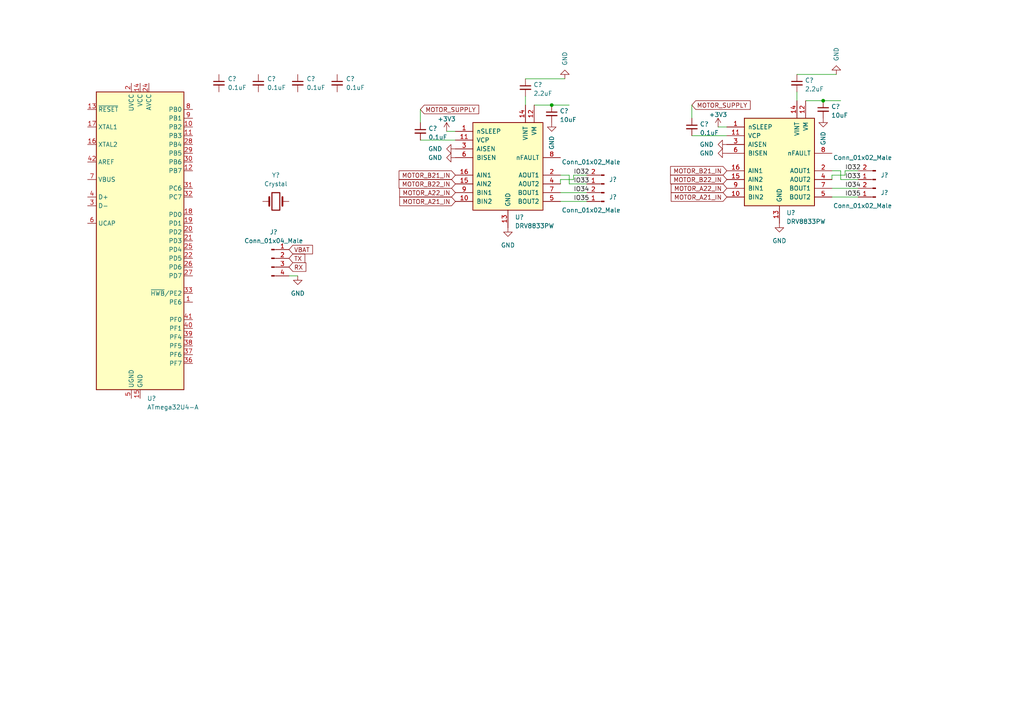
<source format=kicad_sch>
(kicad_sch (version 20211123) (generator eeschema)
  (paper "A4")
  (lib_symbols
    (symbol "Connector:Conn_01x02_Male" (pin_names (offset 1.016) hide)
      (property "Reference" "J" (at 0 2.54 0))
      (property "Value" "Conn_01x02_Male" (at 0 -5.08 0))
      (symbol "Conn_01x02_Male_1_1"
        (polyline (pts (xy 1.27 -2.54) (xy 0.8636 -2.54)) (stroke (width 0.1524)))
        (polyline (pts (xy 1.27 0) (xy 0.8636 0)) (stroke (width 0.1524)))
        (rectangle (start 0.8636 -2.413) (end 0 -2.667) (stroke (width 0.1524)) (fill (type outline)))
        (rectangle (start 0.8636 0.127) (end 0 -0.127) (stroke (width 0.1524)) (fill (type outline)))
        (pin passive line (at 5.08 0 180) (length 3.81) (name "Pin_1") (number "1"))
        (pin passive line (at 5.08 -2.54 180) (length 3.81) (name "Pin_2") (number "2"))
      )
    )
    (symbol "Connector:Conn_01x04_Male" (pin_names (offset 1.016) hide)
      (property "Reference" "J" (at 0 5.08 0))
      (property "Value" "Conn_01x04_Male" (at 0 -7.62 0))
      (symbol "Conn_01x04_Male_1_1"
        (polyline (pts (xy 1.27 -5.08) (xy 0.8636 -5.08)) (stroke (width 0.1524)))
        (polyline (pts (xy 1.27 -2.54) (xy 0.8636 -2.54)) (stroke (width 0.1524)))
        (polyline (pts (xy 1.27 0) (xy 0.8636 0)) (stroke (width 0.1524)))
        (polyline (pts (xy 1.27 2.54) (xy 0.8636 2.54)) (stroke (width 0.1524)))
        (rectangle (start 0.8636 -4.953) (end 0 -5.207) (stroke (width 0.1524)) (fill (type outline)))
        (rectangle (start 0.8636 -2.413) (end 0 -2.667) (stroke (width 0.1524)) (fill (type outline)))
        (rectangle (start 0.8636 0.127) (end 0 -0.127) (stroke (width 0.1524)) (fill (type outline)))
        (rectangle (start 0.8636 2.667) (end 0 2.413) (stroke (width 0.1524)) (fill (type outline)))
        (pin passive line (at 5.08 2.54 180) (length 3.81) (name "Pin_1") (number "1"))
        (pin passive line (at 5.08 0 180) (length 3.81) (name "Pin_2") (number "2"))
        (pin passive line (at 5.08 -2.54 180) (length 3.81) (name "Pin_3") (number "3"))
        (pin passive line (at 5.08 -5.08 180) (length 3.81) (name "Pin_4") (number "4"))
      )
    )
    (symbol "Device:C_Small" (pin_numbers hide) (pin_names (offset 0.254) hide)
      (property "Reference" "C" (at 0.254 1.778 0))
      (property "Value" "C_Small" (at 0.254 -2.032 0))
      (symbol "C_Small_0_1"
        (polyline (pts (xy -1.524 -0.508) (xy 1.524 -0.508)) (stroke (width 0.3302)))
        (polyline (pts (xy -1.524 0.508) (xy 1.524 0.508)) (stroke (width 0.3048)))
      )
      (symbol "C_Small_1_1"
        (pin passive line (at 0 2.54 270) (length 2.032) (name "~") (number "1"))
        (pin passive line (at 0 -2.54 90) (length 2.032) (name "~") (number "2"))
      )
    )
    (symbol "Device:Crystal" (pin_numbers hide) (pin_names (offset 1.016) hide)
      (property "Reference" "Y" (at 0 3.81 0))
      (property "Value" "Crystal" (at 0 -3.81 0))
      (symbol "Crystal_0_1"
        (rectangle (start -1.143 2.54) (end 1.143 -2.54) (stroke (width 0.3048)))
        (polyline (pts (xy -2.54 0) (xy -1.905 0)))
        (polyline (pts (xy -1.905 -1.27) (xy -1.905 1.27)) (stroke (width 0.508)))
        (polyline (pts (xy 1.905 -1.27) (xy 1.905 1.27)) (stroke (width 0.508)))
        (polyline (pts (xy 2.54 0) (xy 1.905 0)))
      )
      (symbol "Crystal_1_1"
        (pin passive line (at -3.81 0 0) (length 1.27) (name "1") (number "1"))
        (pin passive line (at 3.81 0 180) (length 1.27) (name "2") (number "2"))
      )
    )
    (symbol "Driver_Motor:DRV8833PW" (pin_names (offset 1.016))
      (property "Reference" "U" (at -3.81 16.51 0))
      (property "Value" "DRV8833PW" (at -3.81 13.97 0))
      (symbol "DRV8833PW_0_1"
        (rectangle (start -10.16 12.7) (end 10.16 -12.7) (stroke (width 0.254)) (fill (type background)))
      )
      (symbol "DRV8833PW_1_1"
        (pin input line (at -15.24 10.16 0) (length 5.08) (name "nSLEEP") (number "1"))
        (pin input line (at -15.24 -10.16 0) (length 5.08) (name "BIN2") (number "10"))
        (pin bidirectional line (at -15.24 7.62 0) (length 5.08) (name "VCP") (number "11"))
        (pin power_in line (at 7.62 17.78 270) (length 5.08) (name "VM") (number "12"))
        (pin power_in line (at 0 -17.78 90) (length 5.08) (name "GND") (number "13"))
        (pin power_in line (at 5.08 17.78 270) (length 5.08) (name "VINT") (number "14"))
        (pin input line (at -15.24 -5.08 0) (length 5.08) (name "AIN2") (number "15"))
        (pin input line (at -15.24 -2.54 0) (length 5.08) (name "AIN1") (number "16"))
        (pin power_out line (at 15.24 -2.54 180) (length 5.08) (name "AOUT1") (number "2"))
        (pin bidirectional line (at -15.24 5.08 0) (length 5.08) (name "AISEN") (number "3"))
        (pin power_out line (at 15.24 -5.08 180) (length 5.08) (name "AOUT2") (number "4"))
        (pin power_out line (at 15.24 -10.16 180) (length 5.08) (name "BOUT2") (number "5"))
        (pin bidirectional line (at -15.24 2.54 0) (length 5.08) (name "BISEN") (number "6"))
        (pin power_out line (at 15.24 -7.62 180) (length 5.08) (name "BOUT1") (number "7"))
        (pin open_collector line (at 15.24 2.54 180) (length 5.08) (name "nFAULT") (number "8"))
        (pin input line (at -15.24 -7.62 0) (length 5.08) (name "BIN1") (number "9"))
      )
    )
    (symbol "MCU_Microchip_ATmega:ATmega32U4-A"
      (property "Reference" "U" (at -12.7 44.45 0))
      (property "Value" "ATmega32U4-A" (at 2.54 -44.45 0))
      (symbol "ATmega32U4-A_0_1"
        (rectangle (start -12.7 -43.18) (end 12.7 43.18) (stroke (width 0.254)) (fill (type background)))
      )
      (symbol "ATmega32U4-A_1_1"
        (pin bidirectional line (at 15.24 -17.78 180) (length 2.54) (name "PE6") (number "1"))
        (pin bidirectional line (at 15.24 33.02 180) (length 2.54) (name "PB2") (number "10"))
        (pin bidirectional line (at 15.24 30.48 180) (length 2.54) (name "PB3") (number "11"))
        (pin bidirectional line (at 15.24 20.32 180) (length 2.54) (name "PB7") (number "12"))
        (pin input line (at -15.24 38.1 0) (length 2.54) (name "~{RESET}") (number "13"))
        (pin power_in line (at 0 45.72 270) (length 2.54) (name "VCC") (number "14"))
        (pin power_in line (at 0 -45.72 90) (length 2.54) (name "GND") (number "15"))
        (pin output line (at -15.24 27.94 0) (length 2.54) (name "XTAL2") (number "16"))
        (pin input line (at -15.24 33.02 0) (length 2.54) (name "XTAL1") (number "17"))
        (pin bidirectional line (at 15.24 7.62 180) (length 2.54) (name "PD0") (number "18"))
        (pin bidirectional line (at 15.24 5.08 180) (length 2.54) (name "PD1") (number "19"))
        (pin power_in line (at -2.54 45.72 270) (length 2.54) (name "UVCC") (number "2"))
        (pin bidirectional line (at 15.24 2.54 180) (length 2.54) (name "PD2") (number "20"))
        (pin bidirectional line (at 15.24 0 180) (length 2.54) (name "PD3") (number "21"))
        (pin bidirectional line (at 15.24 -5.08 180) (length 2.54) (name "PD5") (number "22"))
        (pin passive line (at 0 -45.72 90) (length 2.54) hide (name "GND") (number "23"))
        (pin power_in line (at 2.54 45.72 270) (length 2.54) (name "AVCC") (number "24"))
        (pin bidirectional line (at 15.24 -2.54 180) (length 2.54) (name "PD4") (number "25"))
        (pin bidirectional line (at 15.24 -7.62 180) (length 2.54) (name "PD6") (number "26"))
        (pin bidirectional line (at 15.24 -10.16 180) (length 2.54) (name "PD7") (number "27"))
        (pin bidirectional line (at 15.24 27.94 180) (length 2.54) (name "PB4") (number "28"))
        (pin bidirectional line (at 15.24 25.4 180) (length 2.54) (name "PB5") (number "29"))
        (pin bidirectional line (at -15.24 10.16 0) (length 2.54) (name "D-") (number "3"))
        (pin bidirectional line (at 15.24 22.86 180) (length 2.54) (name "PB6") (number "30"))
        (pin bidirectional line (at 15.24 15.24 180) (length 2.54) (name "PC6") (number "31"))
        (pin bidirectional line (at 15.24 12.7 180) (length 2.54) (name "PC7") (number "32"))
        (pin bidirectional line (at 15.24 -15.24 180) (length 2.54) (name "~{HWB}/PE2") (number "33"))
        (pin passive line (at 0 45.72 270) (length 2.54) hide (name "VCC") (number "34"))
        (pin passive line (at 0 -45.72 90) (length 2.54) hide (name "GND") (number "35"))
        (pin bidirectional line (at 15.24 -35.56 180) (length 2.54) (name "PF7") (number "36"))
        (pin bidirectional line (at 15.24 -33.02 180) (length 2.54) (name "PF6") (number "37"))
        (pin bidirectional line (at 15.24 -30.48 180) (length 2.54) (name "PF5") (number "38"))
        (pin bidirectional line (at 15.24 -27.94 180) (length 2.54) (name "PF4") (number "39"))
        (pin bidirectional line (at -15.24 12.7 0) (length 2.54) (name "D+") (number "4"))
        (pin bidirectional line (at 15.24 -25.4 180) (length 2.54) (name "PF1") (number "40"))
        (pin bidirectional line (at 15.24 -22.86 180) (length 2.54) (name "PF0") (number "41"))
        (pin passive line (at -15.24 22.86 0) (length 2.54) (name "AREF") (number "42"))
        (pin passive line (at 0 -45.72 90) (length 2.54) hide (name "GND") (number "43"))
        (pin passive line (at 2.54 45.72 270) (length 2.54) hide (name "AVCC") (number "44"))
        (pin passive line (at -2.54 -45.72 90) (length 2.54) (name "UGND") (number "5"))
        (pin passive line (at -15.24 5.08 0) (length 2.54) (name "UCAP") (number "6"))
        (pin input line (at -15.24 17.78 0) (length 2.54) (name "VBUS") (number "7"))
        (pin bidirectional line (at 15.24 38.1 180) (length 2.54) (name "PB0") (number "8"))
        (pin bidirectional line (at 15.24 35.56 180) (length 2.54) (name "PB1") (number "9"))
      )
    )
    (symbol "power:+3V3" (power) (pin_names (offset 0))
      (property "Value" "+3V3" (at 0 3.556 0))
      (symbol "+3V3_0_1"
        (polyline (pts (xy -0.762 1.27) (xy 0 2.54)))
        (polyline (pts (xy 0 0) (xy 0 2.54)))
        (polyline (pts (xy 0 2.54) (xy 0.762 1.27)))
      )
      (symbol "+3V3_1_1"
        (pin power_in line (at 0 0 90) (length 0) hide (name "+3V3") (number "1"))
      )
    )
    (symbol "power:GND" (power) (pin_names (offset 0))
      (property "Value" "GND" (at 0 -3.81 0))
      (symbol "GND_0_1"
        (polyline (pts (xy 0 0) (xy 0 -1.27) (xy 1.27 -1.27) (xy 0 -2.54) (xy -1.27 -1.27) (xy 0 -1.27)))
      )
      (symbol "GND_1_1"
        (pin power_in line (at 0 0 270) (length 0) hide (name "GND") (number "1"))
      )
    )
  )
  (junction (at 160.02 30.48))
  (junction (at 238.76 29.21))
  (wire (pts (xy 165.1 50.8) (xy 165.1 53.34)))
  (wire (pts (xy 241.3 52.07) (xy 241.3 50.8)))
  (wire (pts (xy 152.4 22.86) (xy 163.83 22.86)))
  (wire (pts (xy 248.92 49.53) (xy 245.11 49.53)))
  (wire (pts (xy 162.56 52.07) (xy 166.37 52.07)))
  (wire (pts (xy 243.84 29.21) (xy 238.76 29.21)))
  (wire (pts (xy 166.37 50.8) (xy 166.37 52.07)))
  (wire (pts (xy 165.1 53.34) (xy 170.18 53.34)))
  (wire (pts (xy 121.92 31.75) (xy 121.92 35.56)))
  (wire (pts (xy 245.11 49.53) (xy 245.11 50.8)))
  (wire (pts (xy 160.02 30.48) (xy 154.94 30.48)))
  (wire (pts (xy 152.4 27.94) (xy 152.4 30.48)))
  (wire (pts (xy 231.14 26.67) (xy 231.14 29.21)))
  (wire (pts (xy 231.14 21.59) (xy 242.57 21.59)))
  (wire (pts (xy 241.3 50.8) (xy 245.11 50.8)))
  (wire (pts (xy 165.1 30.48) (xy 160.02 30.48)))
  (wire (pts (xy 248.92 54.61) (xy 241.3 54.61)))
  (wire (pts (xy 200.66 39.37) (xy 210.82 39.37)))
  (wire (pts (xy 241.3 49.53) (xy 243.84 49.53)))
  (wire (pts (xy 243.84 49.53) (xy 243.84 52.07)))
  (wire (pts (xy 162.56 50.8) (xy 165.1 50.8)))
  (wire (pts (xy 121.92 40.64) (xy 132.08 40.64)))
  (wire (pts (xy 170.18 55.88) (xy 162.56 55.88)))
  (wire (pts (xy 170.18 58.42) (xy 162.56 58.42)))
  (wire (pts (xy 200.66 30.48) (xy 200.66 34.29)))
  (wire (pts (xy 162.56 53.34) (xy 162.56 52.07)))
  (wire (pts (xy 248.92 57.15) (xy 241.3 57.15)))
  (wire (pts (xy 170.18 50.8) (xy 166.37 50.8)))
  (wire (pts (xy 238.76 29.21) (xy 233.68 29.21)))
  (wire (pts (xy 83.82 80.01) (xy 86.36 80.01)))
  (wire (pts (xy 129.54 38.1) (xy 132.08 38.1)))
  (wire (pts (xy 208.28 36.83) (xy 210.82 36.83)))
  (wire (pts (xy 243.84 52.07) (xy 248.92 52.07)))
  (label "IO33" (at 245.11 52.07 0))
  (label "IO34" (at 166.37 55.88 0))
  (label "IO35" (at 245.11 57.15 0))
  (label "IO35" (at 166.37 58.42 0))
  (label "IO32" (at 245.11 49.53 0))
  (label "IO33" (at 166.37 53.34 0))
  (label "IO34" (at 245.11 54.61 0))
  (label "IO32" (at 166.37 50.8 0))
  (global_label "MOTOR_B22_IN" (shape input) (at 210.82 52.07 180) (property "Intersheet References" "${INTERSHEET_REFS}" (effects hide)))
  (global_label "MOTOR_SUPPLY" (shape input) (at 200.66 30.48 0) (property "Intersheet References" "${INTERSHEET_REFS}" (effects hide)))
  (global_label "MOTOR_A21_IN" (shape input) (at 210.82 57.15 180) (property "Intersheet References" "${INTERSHEET_REFS}" (effects hide)))
  (global_label "MOTOR_A22_IN" (shape input) (at 210.82 54.61 180) (property "Intersheet References" "${INTERSHEET_REFS}" (effects hide)))
  (global_label "MOTOR_A21_IN" (shape input) (at 132.08 58.42 180) (property "Intersheet References" "${INTERSHEET_REFS}" (effects hide)))
  (global_label "TX" (shape input) (at 83.82 74.93 0) (property "Intersheet References" "${INTERSHEET_REFS}" (effects hide)))
  (global_label "MOTOR_B22_IN" (shape input) (at 132.08 53.34 180) (property "Intersheet References" "${INTERSHEET_REFS}" (effects hide)))
  (global_label "MOTOR_B21_IN" (shape input) (at 132.08 50.8 180) (property "Intersheet References" "${INTERSHEET_REFS}" (effects hide)))
  (global_label "MOTOR_SUPPLY" (shape input) (at 121.92 31.75 0) (property "Intersheet References" "${INTERSHEET_REFS}" (effects hide)))
  (global_label "MOTOR_B21_IN" (shape input) (at 210.82 49.53 180) (property "Intersheet References" "${INTERSHEET_REFS}" (effects hide)))
  (global_label "RX" (shape input) (at 83.82 77.47 0) (property "Intersheet References" "${INTERSHEET_REFS}" (effects hide)))
  (global_label "VBAT" (shape input) (at 83.82 72.39 0) (property "Intersheet References" "${INTERSHEET_REFS}" (effects hide)))
  (global_label "MOTOR_A22_IN" (shape input) (at 132.08 55.88 180) (property "Intersheet References" "${INTERSHEET_REFS}" (effects hide)))
  (symbol (lib_id "Device:C_Small") (at 121.92 38.1 0) (unit 1)
    (property "Reference" "C?" (at 124.2441 37.2716 0) (effects (justify left)))
    (property "Value" "0.1uF" (at 124.2441 39.8085 0) (effects (justify left)))
    (property "Footprint" "Capacitor_SMD:C_0603_1608Metric" (effects hide))
  )
  (symbol (lib_id "power:GND") (at 163.83 22.86 180) (unit 1)
    (property "Reference" "#PWR?" (effects hide))
    (property "Value" "GND" (at 163.83 19.05 90) (effects (justify right)))
  )
  (symbol (lib_id "Connector:Conn_01x02_Male") (at 254 52.07 180) (unit 1)
    (property "Reference" "J?" (at 256.54 50.8 0))
    (property "Value" "Conn_01x02_Male" (at 250.19 45.72 0))
    (property "Footprint" "Connector_PinHeader_1.00mm:PinHeader_1x02_P1.00mm_Vertical" (effects hide))
  )
  (symbol (lib_id "Connector:Conn_01x04_Male") (at 78.74 74.93 0) (unit 1)
    (property "Reference" "J?" (at 79.375 67.31 0))
    (property "Value" "Conn_01x04_Male" (at 79.375 69.85 0))
  )
  (symbol (lib_id "Device:C_Small") (at 238.76 31.75 0) (unit 1)
    (property "Reference" "C?" (at 241.0841 30.9216 0) (effects (justify left)))
    (property "Value" "10uF" (at 241.0841 33.4585 0) (effects (justify left)))
    (property "Footprint" "Capacitor_SMD:C_0603_1608Metric" (effects hide))
  )
  (symbol (lib_id "power:GND") (at 132.08 43.18 270) (unit 1)
    (property "Reference" "#PWR?" (effects hide))
    (property "Value" "GND" (at 128.27 43.18 90) (effects (justify right)))
  )
  (symbol (lib_id "power:GND") (at 238.76 34.29 0) (unit 1)
    (property "Reference" "#PWR?" (effects hide))
    (property "Value" "GND" (at 238.76 38.1 90) (effects (justify right)))
  )
  (symbol (lib_id "Device:C_Small") (at 152.4 25.4 0) (unit 1)
    (property "Reference" "C?" (at 154.7241 24.5716 0) (effects (justify left)))
    (property "Value" "2.2uF" (at 154.7241 27.1085 0) (effects (justify left)))
    (property "Footprint" "Capacitor_SMD:C_0603_1608Metric" (effects hide))
  )
  (symbol (lib_id "MCU_Microchip_ATmega:ATmega32U4-A") (at 40.64 69.85 0) (unit 1)
    (property "Reference" "U?" (at 42.6594 115.57 0) (effects (justify left)))
    (property "Value" "ATmega32U4-A" (at 42.6594 118.11 0) (effects (justify left)))
    (property "Footprint" "Package_QFP:TQFP-44_10x10mm_P0.8mm" (effects hide))
    (property "Datasheet" "http://ww1.microchip.com/downloads/en/DeviceDoc/Atmel-7766-8-bit-AVR-ATmega16U4-32U4_Datasheet.pdf" (effects hide))
  )
  (symbol (lib_id "Driver_Motor:DRV8833PW") (at 147.32 48.26 0) (unit 1)
    (property "Reference" "U?" (at 149.3394 62.9904 0) (effects (justify left)))
    (property "Value" "DRV8833PW" (at 149.3394 65.5273 0) (effects (justify left)))
    (property "Footprint" "Package_SO:TSSOP-16_4.4x5mm_P0.65mm" (effects hide))
    (property "Datasheet" "http://www.ti.com/lit/ds/symlink/drv8833.pdf" (effects hide))
  )
  (symbol (lib_id "Device:C_Small") (at 200.66 36.83 0) (unit 1)
    (property "Reference" "C?" (at 202.9841 36.0016 0) (effects (justify left)))
    (property "Value" "0.1uF" (at 202.9841 38.5385 0) (effects (justify left)))
    (property "Footprint" "Capacitor_SMD:C_0603_1608Metric" (effects hide))
  )
  (symbol (lib_id "power:GND") (at 132.08 45.72 270) (unit 1)
    (property "Reference" "#PWR?" (effects hide))
    (property "Value" "GND" (at 128.27 45.72 90) (effects (justify right)))
  )
  (symbol (lib_id "power:+3V3") (at 208.28 36.83 0) (unit 1)
    (property "Reference" "#PWR?" (effects hide))
    (property "Value" "+3V3" (at 208.28 33.2542 0))
  )
  (symbol (lib_id "power:+3V3") (at 129.54 38.1 0) (unit 1)
    (property "Reference" "#PWR?" (effects hide))
    (property "Value" "+3V3" (at 129.54 34.5242 0))
  )
  (symbol (lib_id "Device:C_Small") (at 63.5 24.13 0) (unit 1)
    (property "Reference" "C?" (at 66.04 22.8662 0) (effects (justify left)))
    (property "Value" "0.1uF" (at 66.04 25.4062 0) (effects (justify left)))
  )
  (symbol (lib_id "Driver_Motor:DRV8833PW") (at 226.06 46.99 0) (unit 1)
    (property "Reference" "U?" (at 228.0794 61.7204 0) (effects (justify left)))
    (property "Value" "DRV8833PW" (at 228.0794 64.2573 0) (effects (justify left)))
    (property "Footprint" "Package_SO:TSSOP-16_4.4x5mm_P0.65mm" (effects hide))
    (property "Datasheet" "http://www.ti.com/lit/ds/symlink/drv8833.pdf" (effects hide))
  )
  (symbol (lib_id "Device:C_Small") (at 97.79 24.13 0) (unit 1)
    (property "Reference" "C?" (at 100.33 22.8662 0) (effects (justify left)))
    (property "Value" "0.1uF" (at 100.33 25.4062 0) (effects (justify left)))
  )
  (symbol (lib_id "Connector:Conn_01x02_Male") (at 175.26 58.42 180) (unit 1)
    (property "Reference" "J?" (at 177.8 57.15 0))
    (property "Value" "Conn_01x02_Male" (at 171.45 60.96 0))
    (property "Footprint" "Connector_PinHeader_1.00mm:PinHeader_1x02_P1.00mm_Vertical" (effects hide))
  )
  (symbol (lib_id "Device:C_Small") (at 160.02 33.02 0) (unit 1)
    (property "Reference" "C?" (at 162.3441 32.1916 0) (effects (justify left)))
    (property "Value" "10uF" (at 162.3441 34.7285 0) (effects (justify left)))
    (property "Footprint" "Capacitor_SMD:C_0603_1608Metric" (effects hide))
  )
  (symbol (lib_id "Connector:Conn_01x02_Male") (at 175.26 53.34 180) (unit 1)
    (property "Reference" "J?" (at 177.8 52.07 0))
    (property "Value" "Conn_01x02_Male" (at 171.45 46.99 0))
    (property "Footprint" "Connector_PinHeader_1.00mm:PinHeader_1x02_P1.00mm_Vertical" (effects hide))
  )
  (symbol (lib_id "power:GND") (at 86.36 80.01 0) (unit 1)
    (property "Reference" "#PWR?" (effects hide))
    (property "Value" "GND" (at 86.36 85.09 0))
  )
  (symbol (lib_id "power:GND") (at 242.57 21.59 180) (unit 1)
    (property "Reference" "#PWR?" (effects hide))
    (property "Value" "GND" (at 242.57 17.78 90) (effects (justify right)))
  )
  (symbol (lib_id "power:GND") (at 210.82 41.91 270) (unit 1)
    (property "Reference" "#PWR?" (effects hide))
    (property "Value" "GND" (at 207.01 41.91 90) (effects (justify right)))
  )
  (symbol (lib_id "power:GND") (at 147.32 66.04 0) (unit 1)
    (property "Reference" "#PWR?" (effects hide))
    (property "Value" "GND" (at 147.32 71.12 0))
  )
  (symbol (lib_id "Connector:Conn_01x02_Male") (at 254 57.15 180) (unit 1)
    (property "Reference" "J?" (at 256.54 55.88 0))
    (property "Value" "Conn_01x02_Male" (at 250.19 59.69 0))
    (property "Footprint" "Connector_PinHeader_1.00mm:PinHeader_1x02_P1.00mm_Vertical" (effects hide))
  )
  (symbol (lib_id "Device:C_Small") (at 86.36 24.13 0) (unit 1)
    (property "Reference" "C?" (at 88.9 22.8662 0) (effects (justify left)))
    (property "Value" "0.1uF" (at 88.9 25.4062 0) (effects (justify left)))
  )
  (symbol (lib_id "Device:C_Small") (at 231.14 24.13 0) (unit 1)
    (property "Reference" "C?" (at 233.4641 23.3016 0) (effects (justify left)))
    (property "Value" "2.2uF" (at 233.4641 25.8385 0) (effects (justify left)))
    (property "Footprint" "Capacitor_SMD:C_0603_1608Metric" (effects hide))
  )
  (symbol (lib_id "Device:Crystal") (at 80.01 58.42 0) (unit 1)
    (property "Reference" "Y?" (at 80.01 50.8 0))
    (property "Value" "Crystal" (at 80.01 53.34 0))
  )
  (symbol (lib_id "Device:C_Small") (at 74.93 24.13 0) (unit 1)
    (property "Reference" "C?" (at 77.47 22.8662 0) (effects (justify left)))
    (property "Value" "0.1uF" (at 77.47 25.4062 0) (effects (justify left)))
  )
  (symbol (lib_id "power:GND") (at 226.06 64.77 0) (unit 1)
    (property "Reference" "#PWR?" (effects hide))
    (property "Value" "GND" (at 226.06 69.85 0))
  )
  (symbol (lib_id "power:GND") (at 160.02 35.56 0) (unit 1)
    (property "Reference" "#PWR?" (effects hide))
    (property "Value" "GND" (at 160.02 39.37 90) (effects (justify right)))
  )
  (symbol (lib_id "power:GND") (at 210.82 44.45 270) (unit 1)
    (property "Reference" "#PWR?" (effects hide))
    (property "Value" "GND" (at 207.01 44.45 90) (effects (justify right)))
  )
)
</source>
